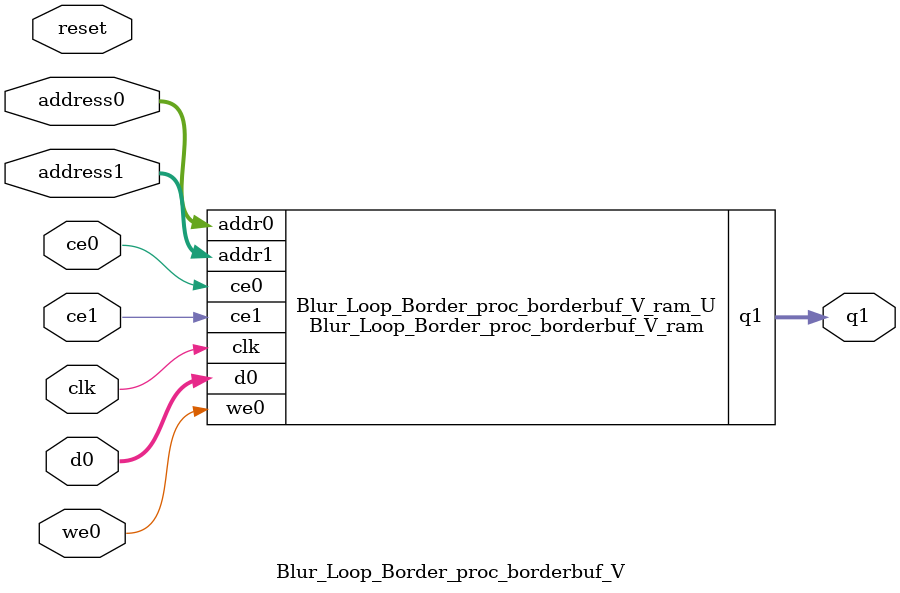
<source format=v>
`timescale 1 ns / 1 ps
module Blur_Loop_Border_proc_borderbuf_V_ram (addr0, ce0, d0, we0, addr1, ce1, q1,  clk);

parameter DWIDTH = 24;
parameter AWIDTH = 11;
parameter MEM_SIZE = 1906;

input[AWIDTH-1:0] addr0;
input ce0;
input[DWIDTH-1:0] d0;
input we0;
input[AWIDTH-1:0] addr1;
input ce1;
output reg[DWIDTH-1:0] q1;
input clk;

reg [DWIDTH-1:0] ram[0:MEM_SIZE-1];




always @(posedge clk)  
begin 
    if (ce0) begin
        if (we0) 
            ram[addr0] <= d0; 
    end
end


always @(posedge clk)  
begin 
    if (ce1) begin
        q1 <= ram[addr1];
    end
end


endmodule

`timescale 1 ns / 1 ps
module Blur_Loop_Border_proc_borderbuf_V(
    reset,
    clk,
    address0,
    ce0,
    we0,
    d0,
    address1,
    ce1,
    q1);

parameter DataWidth = 32'd24;
parameter AddressRange = 32'd1906;
parameter AddressWidth = 32'd11;
input reset;
input clk;
input[AddressWidth - 1:0] address0;
input ce0;
input we0;
input[DataWidth - 1:0] d0;
input[AddressWidth - 1:0] address1;
input ce1;
output[DataWidth - 1:0] q1;



Blur_Loop_Border_proc_borderbuf_V_ram Blur_Loop_Border_proc_borderbuf_V_ram_U(
    .clk( clk ),
    .addr0( address0 ),
    .ce0( ce0 ),
    .we0( we0 ),
    .d0( d0 ),
    .addr1( address1 ),
    .ce1( ce1 ),
    .q1( q1 ));

endmodule


</source>
